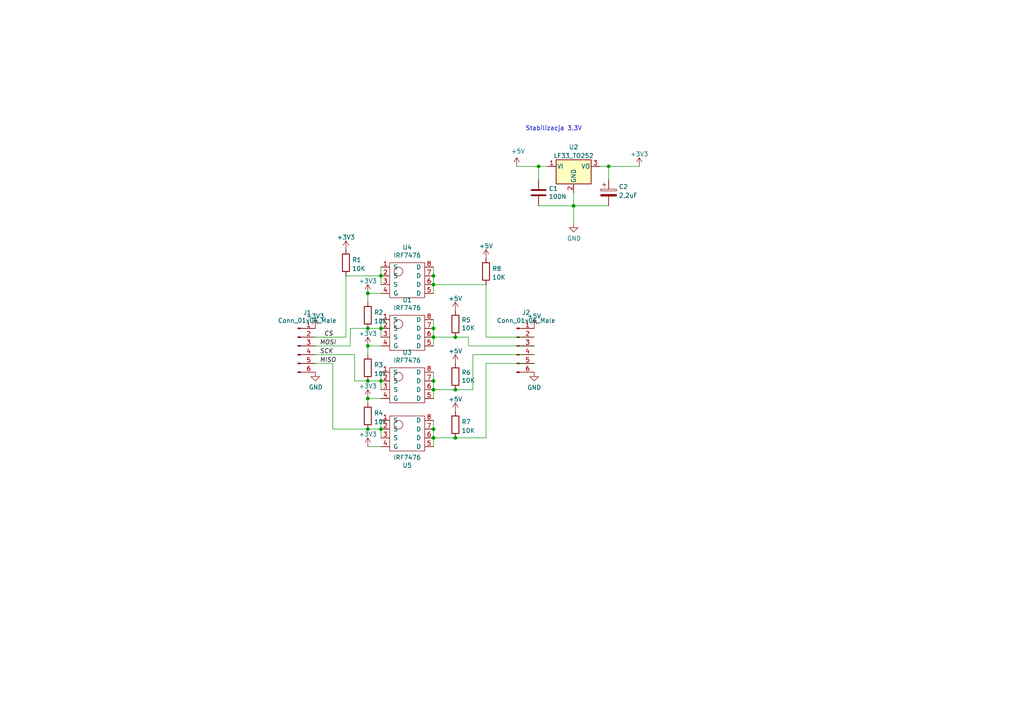
<source format=kicad_sch>
(kicad_sch (version 20211123) (generator eeschema)
  (paper "A4")
  (lib_symbols
    (symbol "Connector:Conn_01x06_Male" (pin_names (offset 1.016) hide)
      (property "Reference" "J" (at 0 7.62 0))
      (property "Value" "Conn_01x06_Male" (at 0 -10.16 0))
      (symbol "Conn_01x06_Male_1_1"
        (polyline (pts (xy 1.27 -7.62) (xy 0.8636 -7.62)) (stroke (width 0.1524)))
        (polyline (pts (xy 1.27 -5.08) (xy 0.8636 -5.08)) (stroke (width 0.1524)))
        (polyline (pts (xy 1.27 -2.54) (xy 0.8636 -2.54)) (stroke (width 0.1524)))
        (polyline (pts (xy 1.27 0) (xy 0.8636 0)) (stroke (width 0.1524)))
        (polyline (pts (xy 1.27 2.54) (xy 0.8636 2.54)) (stroke (width 0.1524)))
        (polyline (pts (xy 1.27 5.08) (xy 0.8636 5.08)) (stroke (width 0.1524)))
        (rectangle (start 0.8636 -7.493) (end 0 -7.747) (stroke (width 0.1524)) (fill (type outline)))
        (rectangle (start 0.8636 -4.953) (end 0 -5.207) (stroke (width 0.1524)) (fill (type outline)))
        (rectangle (start 0.8636 -2.413) (end 0 -2.667) (stroke (width 0.1524)) (fill (type outline)))
        (rectangle (start 0.8636 0.127) (end 0 -0.127) (stroke (width 0.1524)) (fill (type outline)))
        (rectangle (start 0.8636 2.667) (end 0 2.413) (stroke (width 0.1524)) (fill (type outline)))
        (rectangle (start 0.8636 5.207) (end 0 4.953) (stroke (width 0.1524)) (fill (type outline)))
        (pin passive line (at 5.08 5.08 180) (length 3.81) (name "Pin_1") (number "1"))
        (pin passive line (at 5.08 2.54 180) (length 3.81) (name "Pin_2") (number "2"))
        (pin passive line (at 5.08 0 180) (length 3.81) (name "Pin_3") (number "3"))
        (pin passive line (at 5.08 -2.54 180) (length 3.81) (name "Pin_4") (number "4"))
        (pin passive line (at 5.08 -5.08 180) (length 3.81) (name "Pin_5") (number "5"))
        (pin passive line (at 5.08 -7.62 180) (length 3.81) (name "Pin_6") (number "6"))
      )
    )
    (symbol "Device:C" (pin_numbers hide) (pin_names (offset 0.254))
      (property "Reference" "C" (at 0.635 2.54 0))
      (property "Value" "C" (at 0.635 -2.54 0))
      (symbol "C_0_1"
        (polyline (pts (xy -2.032 -0.762) (xy 2.032 -0.762)) (stroke (width 0.508)))
        (polyline (pts (xy -2.032 0.762) (xy 2.032 0.762)) (stroke (width 0.508)))
      )
      (symbol "C_1_1"
        (pin passive line (at 0 3.81 270) (length 2.794) (name "~") (number "1"))
        (pin passive line (at 0 -3.81 90) (length 2.794) (name "~") (number "2"))
      )
    )
    (symbol "Device:CP" (pin_numbers hide) (pin_names (offset 0.254))
      (property "Reference" "C" (at 0.635 2.54 0))
      (property "Value" "CP" (at 0.635 -2.54 0))
      (symbol "CP_0_1"
        (rectangle (start -2.286 0.508) (end 2.286 1.016))
        (polyline (pts (xy -1.778 2.286) (xy -0.762 2.286)))
        (polyline (pts (xy -1.27 2.794) (xy -1.27 1.778)))
        (rectangle (start 2.286 -0.508) (end -2.286 -1.016) (fill (type outline)))
      )
      (symbol "CP_1_1"
        (pin passive line (at 0 3.81 270) (length 2.794) (name "~") (number "1"))
        (pin passive line (at 0 -3.81 90) (length 2.794) (name "~") (number "2"))
      )
    )
    (symbol "Device:IRF7476" (pin_names (offset 1.016))
      (property "Reference" "U" (at 0 6.35 0))
      (property "Value" "IRF7476" (at 0 8.89 0))
      (symbol "IRF7476_0_1"
        (circle (center -2.54 2.54) (radius 1.27))
        (rectangle (start 5.08 -5.08) (end -5.08 5.08))
      )
      (symbol "IRF7476_1_1"
        (pin input line (at -7.62 3.81 0) (length 2.54) (name "S") (number "1"))
        (pin input line (at -7.62 1.27 0) (length 2.54) (name "S") (number "2"))
        (pin input line (at -7.62 -1.27 0) (length 2.54) (name "S") (number "3"))
        (pin input line (at -7.62 -3.81 0) (length 2.54) (name "G") (number "4"))
        (pin input line (at 7.62 -3.81 180) (length 2.54) (name "D") (number "5"))
        (pin input line (at 7.62 -1.27 180) (length 2.54) (name "D") (number "6"))
        (pin input line (at 7.62 1.27 180) (length 2.54) (name "D") (number "7"))
        (pin input line (at 7.62 3.81 180) (length 2.54) (name "D") (number "8"))
      )
    )
    (symbol "Device:R" (pin_numbers hide) (pin_names (offset 0))
      (property "Reference" "R" (at 2.032 0 90))
      (property "Value" "R" (at 0 0 90))
      (symbol "R_0_1"
        (rectangle (start -1.016 -2.54) (end 1.016 2.54) (stroke (width 0.254)))
      )
      (symbol "R_1_1"
        (pin passive line (at 0 3.81 270) (length 1.27) (name "~") (number "1"))
        (pin passive line (at 0 -3.81 90) (length 1.27) (name "~") (number "2"))
      )
    )
    (symbol "Regulator_Linear:LF33_TO252" (pin_names (offset 0.254))
      (property "Reference" "U" (at -3.81 3.175 0))
      (property "Value" "LF33_TO252" (at 0 3.175 0))
      (symbol "LF33_TO252_0_1"
        (rectangle (start -5.08 1.905) (end 5.08 -5.08) (stroke (width 0.254)) (fill (type background)))
      )
      (symbol "LF33_TO252_1_1"
        (pin power_in line (at -7.62 0 0) (length 2.54) (name "VI") (number "1"))
        (pin power_in line (at 0 -7.62 90) (length 2.54) (name "GND") (number "2"))
        (pin power_out line (at 7.62 0 180) (length 2.54) (name "VO") (number "3"))
      )
    )
    (symbol "power:+3V3" (power) (pin_names (offset 0))
      (property "Value" "+3V3" (at 0 3.556 0))
      (symbol "+3V3_0_1"
        (polyline (pts (xy -0.762 1.27) (xy 0 2.54)))
        (polyline (pts (xy 0 0) (xy 0 2.54)))
        (polyline (pts (xy 0 2.54) (xy 0.762 1.27)))
      )
      (symbol "+3V3_1_1"
        (pin power_in line (at 0 0 90) (length 0) hide (name "+3V3") (number "1"))
      )
    )
    (symbol "power:+5V" (power) (pin_names (offset 0))
      (property "Value" "+5V" (at 0 3.556 0))
      (symbol "+5V_0_1"
        (polyline (pts (xy -0.762 1.27) (xy 0 2.54)))
        (polyline (pts (xy 0 0) (xy 0 2.54)))
        (polyline (pts (xy 0 2.54) (xy 0.762 1.27)))
      )
      (symbol "+5V_1_1"
        (pin power_in line (at 0 0 90) (length 0) hide (name "+5V") (number "1"))
      )
    )
    (symbol "power:GND" (power) (pin_names (offset 0))
      (property "Value" "GND" (at 0 -3.81 0))
      (symbol "GND_0_1"
        (polyline (pts (xy 0 0) (xy 0 -1.27) (xy 1.27 -1.27) (xy 0 -2.54) (xy -1.27 -1.27) (xy 0 -1.27)))
      )
      (symbol "GND_1_1"
        (pin power_in line (at 0 0 270) (length 0) hide (name "GND") (number "1"))
      )
    )
  )
  (junction (at 106.68 85.09))
  (junction (at 106.68 95.25))
  (junction (at 106.68 100.33))
  (junction (at 132.08 113.03))
  (junction (at 125.73 97.79))
  (junction (at 125.73 95.25))
  (junction (at 125.73 82.55))
  (junction (at 110.49 124.46))
  (junction (at 176.53 48.26))
  (junction (at 125.73 80.01))
  (junction (at 125.73 124.46))
  (junction (at 132.08 97.79))
  (junction (at 125.73 110.49))
  (junction (at 125.73 113.03))
  (junction (at 132.08 127))
  (junction (at 156.21 48.26))
  (junction (at 110.49 80.01))
  (junction (at 106.68 110.49))
  (junction (at 166.37 59.69))
  (junction (at 110.49 95.25))
  (junction (at 106.68 124.46))
  (junction (at 125.73 127))
  (junction (at 110.49 110.49))
  (junction (at 106.68 115.57))
  (wire (pts (xy 91.44 102.87) (xy 102.87 102.87)))
  (wire (pts (xy 106.68 85.09) (xy 106.68 87.63)))
  (wire (pts (xy 132.08 127) (xy 140.97 127)))
  (wire (pts (xy 110.49 124.46) (xy 110.49 127)))
  (wire (pts (xy 156.21 52.07) (xy 156.21 48.26)))
  (wire (pts (xy 101.6 95.25) (xy 106.68 95.25)))
  (wire (pts (xy 100.33 80.01) (xy 110.49 80.01)))
  (wire (pts (xy 140.97 105.41) (xy 154.94 105.41)))
  (wire (pts (xy 125.73 82.55) (xy 140.97 82.55)))
  (wire (pts (xy 166.37 59.69) (xy 166.37 64.77)))
  (wire (pts (xy 106.68 85.09) (xy 110.49 85.09)))
  (wire (pts (xy 106.68 124.46) (xy 110.49 124.46)))
  (wire (pts (xy 132.08 97.79) (xy 135.89 97.79)))
  (wire (pts (xy 110.49 80.01) (xy 110.49 82.55)))
  (wire (pts (xy 125.73 77.47) (xy 125.73 80.01)))
  (wire (pts (xy 125.73 97.79) (xy 125.73 95.25)))
  (wire (pts (xy 106.68 115.57) (xy 110.49 115.57)))
  (wire (pts (xy 101.6 100.33) (xy 101.6 95.25)))
  (wire (pts (xy 110.49 107.95) (xy 110.49 110.49)))
  (wire (pts (xy 156.21 48.26) (xy 158.75 48.26)))
  (wire (pts (xy 156.21 59.69) (xy 166.37 59.69)))
  (wire (pts (xy 125.73 113.03) (xy 132.08 113.03)))
  (wire (pts (xy 102.87 110.49) (xy 106.68 110.49)))
  (wire (pts (xy 110.49 95.25) (xy 110.49 97.79)))
  (wire (pts (xy 125.73 82.55) (xy 125.73 85.09)))
  (wire (pts (xy 110.49 92.71) (xy 110.49 95.25)))
  (wire (pts (xy 125.73 129.54) (xy 125.73 127)))
  (wire (pts (xy 135.89 100.33) (xy 154.94 100.33)))
  (wire (pts (xy 125.73 107.95) (xy 125.73 110.49)))
  (wire (pts (xy 100.33 97.79) (xy 100.33 80.01)))
  (wire (pts (xy 91.44 100.33) (xy 101.6 100.33)))
  (wire (pts (xy 140.97 82.55) (xy 140.97 97.79)))
  (wire (pts (xy 166.37 59.69) (xy 176.53 59.69)))
  (wire (pts (xy 137.16 113.03) (xy 137.16 102.87)))
  (wire (pts (xy 176.53 52.07) (xy 176.53 48.26)))
  (wire (pts (xy 140.97 127) (xy 140.97 105.41)))
  (wire (pts (xy 125.73 92.71) (xy 125.73 95.25)))
  (wire (pts (xy 137.16 102.87) (xy 154.94 102.87)))
  (wire (pts (xy 125.73 121.92) (xy 125.73 124.46)))
  (wire (pts (xy 110.49 121.92) (xy 110.49 124.46)))
  (wire (pts (xy 125.73 80.01) (xy 125.73 82.55)))
  (wire (pts (xy 173.99 48.26) (xy 176.53 48.26)))
  (wire (pts (xy 125.73 124.46) (xy 125.73 127)))
  (wire (pts (xy 102.87 102.87) (xy 102.87 110.49)))
  (wire (pts (xy 106.68 129.54) (xy 110.49 129.54)))
  (wire (pts (xy 106.68 110.49) (xy 110.49 110.49)))
  (wire (pts (xy 106.68 95.25) (xy 110.49 95.25)))
  (wire (pts (xy 96.52 124.46) (xy 106.68 124.46)))
  (wire (pts (xy 110.49 110.49) (xy 110.49 113.03)))
  (wire (pts (xy 166.37 55.88) (xy 166.37 59.69)))
  (wire (pts (xy 125.73 127) (xy 132.08 127)))
  (wire (pts (xy 106.68 115.57) (xy 106.68 116.84)))
  (wire (pts (xy 106.68 100.33) (xy 110.49 100.33)))
  (wire (pts (xy 106.68 100.33) (xy 106.68 102.87)))
  (wire (pts (xy 125.73 100.33) (xy 125.73 97.79)))
  (wire (pts (xy 91.44 97.79) (xy 100.33 97.79)))
  (wire (pts (xy 176.53 48.26) (xy 185.42 48.26)))
  (wire (pts (xy 96.52 105.41) (xy 96.52 124.46)))
  (wire (pts (xy 125.73 113.03) (xy 125.73 110.49)))
  (wire (pts (xy 140.97 97.79) (xy 154.94 97.79)))
  (wire (pts (xy 125.73 115.57) (xy 125.73 113.03)))
  (wire (pts (xy 110.49 77.47) (xy 110.49 80.01)))
  (wire (pts (xy 91.44 105.41) (xy 96.52 105.41)))
  (wire (pts (xy 149.86 48.26) (xy 156.21 48.26)))
  (wire (pts (xy 135.89 97.79) (xy 135.89 100.33)))
  (wire (pts (xy 125.73 97.79) (xy 132.08 97.79)))
  (wire (pts (xy 132.08 113.03) (xy 137.16 113.03)))
  (text "Stabilizacja 3,3V\n" (at 152.4 38.1 0) (effects (font (size 1.27 1.27)) (justify left bottom)))
  (label "MISO" (at 92.71 105.41 0) (effects (font italic)))
  (label "CS" (at 93.98 97.79 0) (effects (font italic)))
  (label "SCK" (at 92.71 102.87 0) (effects (font italic)))
  (label "MOSI" (at 92.71 100.33 0) (effects (font italic)))
  (symbol (lib_id "Device:IRF7476") (at 118.11 96.52 0) (unit 1)
    (property "Reference" "U1" (at 118.11 86.995 0))
    (property "Value" "IRF7476" (at 118.11 89.3064 0))
    (property "Footprint" "Package_SO:PowerIntegrations_SO-8" (effects hide))
  )
  (symbol (lib_id "Device:R") (at 132.08 93.98 0) (unit 1)
    (property "Reference" "R5" (at 133.858 92.8116 0) (effects (justify left)))
    (property "Value" "10K" (at 133.858 95.123 0) (effects (justify left)))
    (property "Footprint" "Resistor_SMD:R_0805_2012Metric_Pad1.20x1.40mm_HandSolder" (effects hide))
  )
  (symbol (lib_id "Device:IRF7476") (at 118.11 111.76 0) (unit 1)
    (property "Reference" "U3" (at 118.11 102.235 0))
    (property "Value" "IRF7476" (at 118.11 104.5464 0))
    (property "Footprint" "Package_SO:PowerIntegrations_SO-8" (effects hide))
  )
  (symbol (lib_id "Device:R") (at 132.08 109.22 0) (unit 1)
    (property "Reference" "R6" (at 133.858 108.0516 0) (effects (justify left)))
    (property "Value" "10K" (at 133.858 110.363 0) (effects (justify left)))
    (property "Footprint" "Resistor_SMD:R_0805_2012Metric_Pad1.20x1.40mm_HandSolder" (effects hide))
  )
  (symbol (lib_id "Device:IRF7476") (at 118.11 81.28 0) (unit 1)
    (property "Reference" "U4" (at 118.11 71.755 0))
    (property "Value" "IRF7476" (at 118.11 74.0664 0))
    (property "Footprint" "Package_SO:PowerIntegrations_SO-8" (effects hide))
  )
  (symbol (lib_id "Connector:Conn_01x06_Male") (at 86.36 100.33 0) (unit 1)
    (property "Reference" "J1" (at 89.1032 90.6526 0))
    (property "Value" "Conn_01x06_Male" (at 89.1032 92.964 0))
    (property "Footprint" "Connector_PinHeader_2.54mm:PinHeader_1x06_P2.54mm_Vertical" (effects hide))
  )
  (symbol (lib_id "power:+5V") (at 149.86 48.26 0) (unit 1)
    (property "Reference" "#PWR013" (effects hide))
    (property "Value" "+5V" (at 150.241 43.8658 0))
  )
  (symbol (lib_id "power:GND") (at 166.37 64.77 0) (unit 1)
    (property "Reference" "#PWR014" (effects hide))
    (property "Value" "GND" (at 166.497 69.1642 0))
  )
  (symbol (lib_id "Device:C") (at 156.21 55.88 0) (unit 1)
    (property "Reference" "C1" (at 159.131 54.7116 0) (effects (justify left)))
    (property "Value" "100N" (at 159.131 57.023 0) (effects (justify left)))
    (property "Footprint" "Connector_PinHeader_2.54mm:PinHeader_1x02_P2.54mm_Vertical" (effects hide))
  )
  (symbol (lib_id "Device:IRF7476") (at 118.11 125.73 0) (unit 1)
    (property "Reference" "U5" (at 118.11 135.001 0))
    (property "Value" "IRF7476" (at 118.11 132.6896 0))
    (property "Footprint" "Package_SO:PowerIntegrations_SO-8" (effects hide))
  )
  (symbol (lib_id "Connector:Conn_01x06_Male") (at 149.86 100.33 0) (unit 1)
    (property "Reference" "J2" (at 152.6032 90.6526 0))
    (property "Value" "Conn_01x06_Male" (at 152.6032 92.964 0))
    (property "Footprint" "Connector_PinHeader_2.54mm:PinHeader_1x06_P2.54mm_Vertical" (effects hide))
  )
  (symbol (lib_id "power:GND") (at 91.44 107.95 0) (unit 1)
    (property "Reference" "#PWR08" (effects hide))
    (property "Value" "GND" (at 91.567 112.3442 0))
  )
  (symbol (lib_id "power:+3V3") (at 106.68 129.54 0) (unit 1)
    (property "Reference" "#PWR0101" (effects hide))
    (property "Value" "+3V3" (at 106.68 125.9642 0))
  )
  (symbol (lib_id "power:+5V") (at 132.08 119.38 0) (unit 1)
    (property "Reference" "#PWR0111" (effects hide))
    (property "Value" "+5V" (at 132.08 115.8042 0))
  )
  (symbol (lib_id "power:+3V3") (at 106.68 115.57 0) (unit 1)
    (property "Reference" "#PWR0102" (effects hide))
    (property "Value" "+3V3" (at 106.68 111.9942 0))
  )
  (symbol (lib_id "Device:R") (at 132.08 123.19 0) (unit 1)
    (property "Reference" "R7" (at 133.858 122.3553 0) (effects (justify left)))
    (property "Value" "10K" (at 133.858 124.8922 0) (effects (justify left)))
    (property "Footprint" "Resistor_SMD:R_0805_2012Metric_Pad1.20x1.40mm_HandSolder" (effects hide))
  )
  (symbol (lib_id "Device:R") (at 106.68 91.44 0) (unit 1)
    (property "Reference" "R2" (at 108.458 90.6053 0) (effects (justify left)))
    (property "Value" "10K" (at 108.458 93.1422 0) (effects (justify left)))
    (property "Footprint" "Resistor_SMD:R_0805_2012Metric_Pad1.20x1.40mm_HandSolder" (effects hide))
  )
  (symbol (lib_id "Device:R") (at 106.68 120.65 0) (unit 1)
    (property "Reference" "R4" (at 108.458 119.8153 0) (effects (justify left)))
    (property "Value" "10K" (at 108.458 122.3522 0) (effects (justify left)))
    (property "Footprint" "Resistor_SMD:R_0805_2012Metric_Pad1.20x1.40mm_HandSolder" (effects hide))
  )
  (symbol (lib_id "Device:R") (at 140.97 78.74 0) (unit 1)
    (property "Reference" "R8" (at 142.748 77.9053 0) (effects (justify left)))
    (property "Value" "10K" (at 142.748 80.4422 0) (effects (justify left)))
    (property "Footprint" "Resistor_SMD:R_0805_2012Metric_Pad1.20x1.40mm_HandSolder" (effects hide))
  )
  (symbol (lib_id "power:+3V3") (at 106.68 100.33 0) (unit 1)
    (property "Reference" "#PWR0113" (effects hide))
    (property "Value" "+3V3" (at 106.68 96.7542 0))
  )
  (symbol (lib_id "Device:R") (at 100.33 76.2 0) (unit 1)
    (property "Reference" "R1" (at 102.108 75.3653 0) (effects (justify left)))
    (property "Value" "10K" (at 102.108 77.9022 0) (effects (justify left)))
    (property "Footprint" "Resistor_SMD:R_0805_2012Metric_Pad1.20x1.40mm_HandSolder" (effects hide))
  )
  (symbol (lib_id "power:+3V3") (at 100.33 72.39 0) (unit 1)
    (property "Reference" "#PWR0104" (effects hide))
    (property "Value" "+3V3" (at 100.33 68.8142 0))
  )
  (symbol (lib_id "power:+5V") (at 132.08 105.41 0) (unit 1)
    (property "Reference" "#PWR0108" (effects hide))
    (property "Value" "+5V" (at 132.08 101.8342 0))
  )
  (symbol (lib_id "power:+5V") (at 154.94 95.25 0) (unit 1)
    (property "Reference" "#PWR0110" (effects hide))
    (property "Value" "+5V" (at 154.94 91.6742 0))
  )
  (symbol (lib_id "power:GND") (at 154.94 107.95 0) (unit 1)
    (property "Reference" "#PWR0109" (effects hide))
    (property "Value" "GND" (at 154.94 112.3934 0))
  )
  (symbol (lib_id "power:+5V") (at 140.97 74.93 0) (unit 1)
    (property "Reference" "#PWR0107" (effects hide))
    (property "Value" "+5V" (at 140.97 71.3542 0))
  )
  (symbol (lib_id "Device:R") (at 106.68 106.68 0) (unit 1)
    (property "Reference" "R3" (at 108.458 105.8453 0) (effects (justify left)))
    (property "Value" "10K" (at 108.458 108.3822 0) (effects (justify left)))
    (property "Footprint" "Resistor_SMD:R_0805_2012Metric_Pad1.20x1.40mm_HandSolder" (effects hide))
  )
  (symbol (lib_id "Device:CP") (at 176.53 55.88 0) (unit 1)
    (property "Reference" "C2" (at 179.451 54.1563 0) (effects (justify left)))
    (property "Value" "2,2uF" (at 179.451 56.6932 0) (effects (justify left)))
    (property "Footprint" "Connector_PinHeader_2.54mm:PinHeader_1x02_P2.54mm_Vertical" (effects hide))
  )
  (symbol (lib_id "Regulator_Linear:LF33_TO252") (at 166.37 48.26 0) (unit 1)
    (property "Reference" "U2" (at 166.37 42.6552 0))
    (property "Value" "LF33_TO252" (at 166.37 45.1921 0))
    (property "Footprint" "Package_TO_SOT_SMD:TO-252-2" (effects hide))
    (property "Datasheet" "http://www.st.com/content/ccc/resource/technical/document/datasheet/c4/0e/7e/2a/be/bc/4c/bd/CD00000546.pdf/files/CD00000546.pdf/jcr:content/translations/en.CD00000546.pdf" (effects hide))
  )
  (symbol (lib_id "power:+3V3") (at 185.42 48.26 0) (unit 1)
    (property "Reference" "#PWR0103" (effects hide))
    (property "Value" "+3V3" (at 185.42 44.6842 0))
  )
  (symbol (lib_id "power:+5V") (at 132.08 90.17 0) (unit 1)
    (property "Reference" "#PWR0106" (effects hide))
    (property "Value" "+5V" (at 132.08 86.5942 0))
  )
  (symbol (lib_id "power:+3V3") (at 106.68 85.09 0) (unit 1)
    (property "Reference" "#PWR0105" (effects hide))
    (property "Value" "+3V3" (at 106.68 81.5142 0))
  )
  (symbol (lib_id "power:+3V3") (at 91.44 95.25 0) (unit 1)
    (property "Reference" "#PWR0112" (effects hide))
    (property "Value" "+3V3" (at 91.44 91.6742 0))
  )
)
</source>
